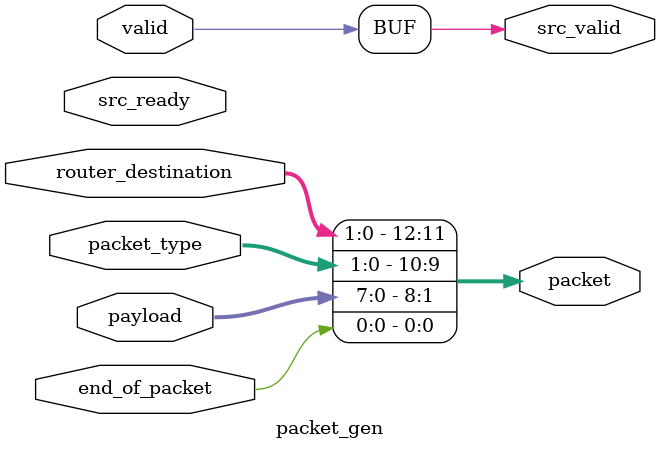
<source format=sv>
module packet_gen (
    input  logic [1:0]   router_destination,
    input  logic [1:0]   packet_type,
    input  logic         end_of_packet,
    input  logic [7:0]   payload,
    input  logic         valid,
    input  logic         src_ready,

    output logic         src_valid,
    output logic [12:0]  packet
);

assign src_valid  = valid;
assign packet = {router_destination, packet_type, 
                payload, end_of_packet};
endmodule
</source>
